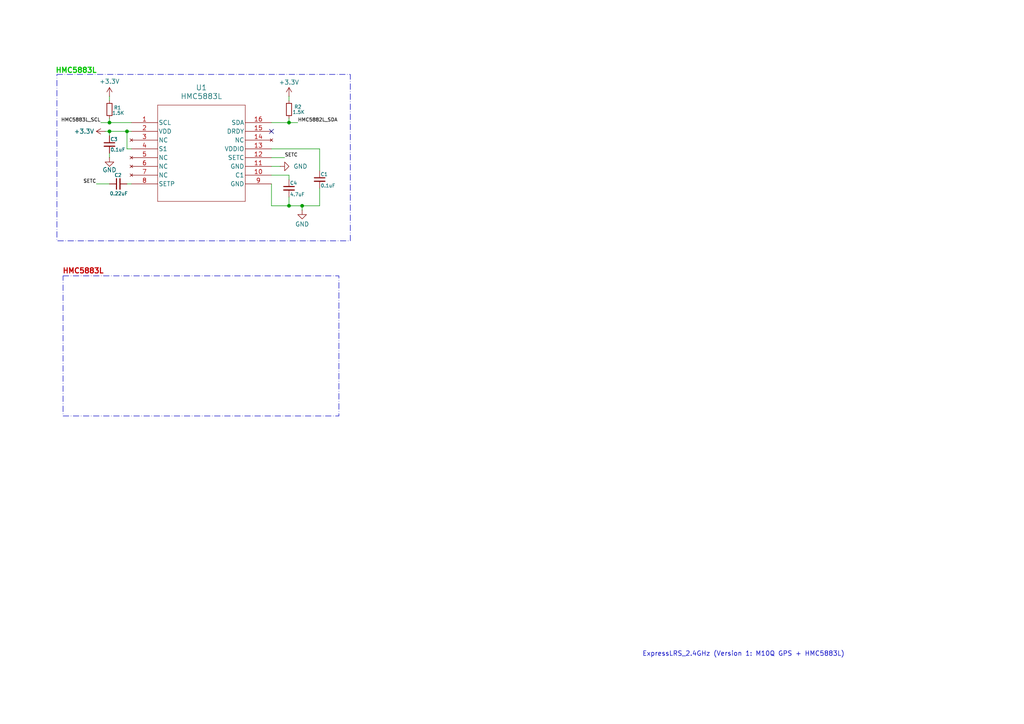
<source format=kicad_sch>
(kicad_sch (version 20231120) (generator "eeschema") (generator_version "8.0")
  (paper "A4")
  (lib_symbols
    (symbol "Device:C_Small" (pin_numbers hide) (pin_names (offset 0.254) hide)
      (property "Reference" "C" (at 0.254 1.778 0))
      (property "Value" "C_Small" (at 0.254 -2.032 0))
      (symbol "C_Small_0_1"
        (polyline (pts (xy -1.524 -0.508) (xy 1.524 -0.508)) (stroke (width 0.3302)))
        (polyline (pts (xy -1.524 0.508) (xy 1.524 0.508)) (stroke (width 0.3048)))
      )
      (symbol "C_Small_1_1"
        (pin passive line (at 0 2.54 270) (length 2.032) (name "~") (number "1"))
        (pin passive line (at 0 -2.54 90) (length 2.032) (name "~") (number "2"))
      )
    )
    (symbol "Device:R_Small" (pin_numbers hide) (pin_names (offset 0.254) hide)
      (property "Reference" "R" (at 0.762 0.508 0))
      (property "Value" "R_Small" (at 0.762 -1.016 0))
      (symbol "R_Small_0_1"
        (rectangle (start -0.762 1.778) (end 0.762 -1.778) (stroke (width 0.2032)))
      )
      (symbol "R_Small_1_1"
        (pin passive line (at 0 2.54 270) (length 0.762) (name "~") (number "1"))
        (pin passive line (at 0 -2.54 90) (length 0.762) (name "~") (number "2"))
      )
    )
    (symbol "HMC5883L:HMC5883L" (pin_names (offset 0.254))
      (property "Reference" "U" (at 20.32 10.16 0))
      (property "Value" "HMC5883L" (at 20.32 7.62 0))
      (symbol "HMC5883L_0_1"
        (polyline (pts (xy 7.62 -22.86) (xy 33.02 -22.86)) (stroke (width 0.127)))
        (polyline (pts (xy 7.62 5.08) (xy 7.62 -22.86)) (stroke (width 0.127)))
        (polyline (pts (xy 33.02 -22.86) (xy 33.02 5.08)) (stroke (width 0.127)))
        (polyline (pts (xy 33.02 5.08) (xy 7.62 5.08)) (stroke (width 0.127)))
        (pin unspecified line (at 0 0 0) (length 7.62) (name "SCL") (number "1"))
        (pin unspecified line (at 40.64 -15.24 180) (length 7.62) (name "C1") (number "10"))
        (pin power_out line (at 40.64 -12.7 180) (length 7.62) (name "GND") (number "11"))
        (pin unspecified line (at 40.64 -10.16 180) (length 7.62) (name "SETC") (number "12"))
        (pin power_in line (at 40.64 -7.62 180) (length 7.62) (name "VDDIO") (number "13"))
        (pin no_connect line (at 40.64 -5.08 180) (length 7.62) (name "NC") (number "14"))
        (pin unspecified line (at 40.64 -2.54 180) (length 7.62) (name "DRDY") (number "15"))
        (pin unspecified line (at 40.64 0 180) (length 7.62) (name "SDA") (number "16"))
        (pin power_in line (at 0 -2.54 0) (length 7.62) (name "VDD") (number "2"))
        (pin no_connect line (at 0 -5.08 0) (length 7.62) (name "NC") (number "3"))
        (pin unspecified line (at 0 -7.62 0) (length 7.62) (name "S1") (number "4"))
        (pin no_connect line (at 0 -10.16 0) (length 7.62) (name "NC") (number "5"))
        (pin no_connect line (at 0 -12.7 0) (length 7.62) (name "NC") (number "6"))
        (pin no_connect line (at 0 -15.24 0) (length 7.62) (name "NC") (number "7"))
        (pin unspecified line (at 0 -17.78 0) (length 7.62) (name "SETP") (number "8"))
        (pin power_out line (at 40.64 -17.78 180) (length 7.62) (name "GND") (number "9"))
      )
    )
    (symbol "power:+3.3V" (power) (pin_numbers hide) (pin_names (offset 0) hide)
      (property "Value" "+3.3V" (at 0 3.556 0))
      (symbol "+3.3V_0_1"
        (polyline (pts (xy -0.762 1.27) (xy 0 2.54)))
        (polyline (pts (xy 0 0) (xy 0 2.54)))
        (polyline (pts (xy 0 2.54) (xy 0.762 1.27)))
      )
      (symbol "+3.3V_1_1"
        (pin power_in line (at 0 0 90) (length 0) (name "~") (number "1"))
      )
    )
    (symbol "power:GND" (power) (pin_numbers hide) (pin_names (offset 0) hide)
      (property "Value" "GND" (at 0 -3.81 0))
      (symbol "GND_0_1"
        (polyline (pts (xy 0 0) (xy 0 -1.27) (xy 1.27 -1.27) (xy 0 -2.54) (xy -1.27 -1.27) (xy 0 -1.27)))
      )
      (symbol "GND_1_1"
        (pin power_in line (at 0 0 270) (length 0) (name "~") (number "1"))
      )
    )
  )
  (junction (at 36.83 38.1))
  (junction (at 31.75 38.1))
  (junction (at 87.63 59.69))
  (junction (at 83.82 35.56))
  (junction (at 83.82 59.69))
  (junction (at 31.75 35.56))
  (no_connect (at 78.74 38.1))
  (wire (pts (xy 31.75 27.94) (xy 31.75 29.21)))
  (wire (pts (xy 31.75 35.56) (xy 31.75 34.29)))
  (wire (pts (xy 83.82 57.15) (xy 83.82 59.69)))
  (wire (pts (xy 78.74 53.34) (xy 78.74 59.69)))
  (wire (pts (xy 78.74 45.72) (xy 82.55 45.72)))
  (wire (pts (xy 36.83 38.1) (xy 38.1 38.1)))
  (wire (pts (xy 29.21 35.56) (xy 31.75 35.56)))
  (wire (pts (xy 78.74 59.69) (xy 83.82 59.69)))
  (wire (pts (xy 83.82 59.69) (xy 87.63 59.69)))
  (wire (pts (xy 36.83 53.34) (xy 38.1 53.34)))
  (wire (pts (xy 87.63 59.69) (xy 87.63 60.96)))
  (wire (pts (xy 31.75 38.1) (xy 30.48 38.1)))
  (wire (pts (xy 38.1 43.18) (xy 36.83 43.18)))
  (wire (pts (xy 38.1 35.56) (xy 31.75 35.56)))
  (wire (pts (xy 83.82 35.56) (xy 86.36 35.56)))
  (wire (pts (xy 78.74 50.8) (xy 83.82 50.8)))
  (wire (pts (xy 78.74 48.26) (xy 81.28 48.26)))
  (wire (pts (xy 83.82 35.56) (xy 83.82 34.29)))
  (wire (pts (xy 31.75 44.45) (xy 31.75 45.72)))
  (wire (pts (xy 83.82 50.8) (xy 83.82 52.07)))
  (wire (pts (xy 92.71 59.69) (xy 87.63 59.69)))
  (wire (pts (xy 31.75 39.37) (xy 31.75 38.1)))
  (wire (pts (xy 83.82 27.94) (xy 83.82 29.21)))
  (wire (pts (xy 27.94 53.34) (xy 31.75 53.34)))
  (wire (pts (xy 31.75 38.1) (xy 36.83 38.1)))
  (wire (pts (xy 78.74 35.56) (xy 83.82 35.56)))
  (wire (pts (xy 78.74 43.18) (xy 92.71 43.18)))
  (wire (pts (xy 92.71 54.61) (xy 92.71 59.69)))
  (wire (pts (xy 36.83 43.18) (xy 36.83 38.1)))
  (wire (pts (xy 92.71 43.18) (xy 92.71 49.53)))
  (rectangle (start 16.51 21.59) (end 101.6 69.85) (stroke (width 0) (type dash_dot)))
  (rectangle (start 18.288 80.01) (end 98.298 120.65) (stroke (width 0) (type dash_dot)))
  (text "HMC5883L" (at 22.098 20.574 0) (effects (font (size 1.5 1.5) (thickness 0.3) (bold yes))))
  (text "HMC5883L" (at 24.13 78.74 0) (effects (font (size 1.5 1.5) (thickness 0.3) (bold yes))))
  (text "ExpressLRS_2.4GHz (Version 1: M10Q GPS + HMC5883L)" (at 215.646 189.738 0) (effects (font (size 1.35 1.35))))
  (label "HMC5882L_SDA" (at 86.36 35.56 0) (effects (font (size 1 1))))
  (label "HMC5883L_SCL" (at 29.21 35.56 180) (effects (font (size 1 1))))
  (label "SETC" (at 27.94 53.34 180) (effects (font (size 1 1))))
  (label "SETC" (at 82.55 45.72 0) (effects (font (size 1 1))))
  (symbol (lib_id "Device:C_Small") (at 83.82 54.61 0) (unit 1)
    (property "Reference" "C4" (at 84.074 53.086 0) (effects (font (size 1 1)) (justify left)))
    (property "Value" "4.7uF" (at 84.074 56.388 0) (effects (font (size 1 1)) (justify left)))
    (property "Footprint" "Capacitor_SMD:C_0805_2012Metric_Pad1.18x1.45mm_HandSolder" (effects (hide yes)))
    (property "Description" "Unpolarized capacitor, small symbol" (effects (hide yes)))
  )
  (symbol (lib_id "power:+3.3V") (at 30.48 38.1 90) (unit 1)
    (property "Reference" "#PWR06" (effects (hide yes)))
    (property "Value" "+3.3V" (at 24.384 38.1 90))
    (property "Description" "Power symbol creates a global label with name \"+3.3V\"" (effects (hide yes)))
  )
  (symbol (lib_id "power:GND") (at 31.75 45.72 0) (unit 1)
    (property "Reference" "#PWR05" (effects (hide yes)))
    (property "Value" "GND" (at 31.75 49.276 0))
    (property "Description" "Power symbol creates a global label with name \"GND\" , ground" (effects (hide yes)))
  )
  (symbol (lib_id "power:GND") (at 81.28 48.26 90) (unit 1)
    (property "Reference" "#PWR03" (effects (hide yes)))
    (property "Value" "GND" (at 85.09 48.2599 90) (effects (justify right)))
    (property "Description" "Power symbol creates a global label with name \"GND\" , ground" (effects (hide yes)))
  )
  (symbol (lib_id "power:+3.3V") (at 83.82 27.94 0) (unit 1)
    (property "Reference" "#PWR04" (effects (hide yes)))
    (property "Value" "+3.3V" (at 83.82 23.876 0))
    (property "Description" "Power symbol creates a global label with name \"+3.3V\"" (effects (hide yes)))
  )
  (symbol (lib_id "power:GND") (at 87.63 60.96 0) (unit 1)
    (property "Reference" "#PWR02" (effects (hide yes)))
    (property "Value" "GND" (at 87.63 65.024 0))
    (property "Description" "Power symbol creates a global label with name \"GND\" , ground" (effects (hide yes)))
  )
  (symbol (lib_id "Device:C_Small") (at 92.71 52.07 0) (unit 1)
    (property "Reference" "C1" (at 92.964 50.546 0) (effects (font (size 1 1)) (justify left)))
    (property "Value" "0.1uF" (at 92.964 53.848 0) (effects (font (size 1 1)) (justify left)))
    (property "Footprint" "Capacitor_SMD:C_0805_2012Metric_Pad1.18x1.45mm_HandSolder" (effects (hide yes)))
    (property "Description" "Unpolarized capacitor, small symbol" (effects (hide yes)))
  )
  (symbol (lib_id "Device:R_Small") (at 31.75 31.75 0) (unit 1)
    (property "Reference" "R1" (at 33.02 31.242 0) (effects (font (size 1 1)) (justify left)))
    (property "Value" "1.5K" (at 32.512 32.766 0) (effects (font (size 1 1)) (justify left)))
    (property "Footprint" "Resistor_SMD:R_0805_2012Metric_Pad1.20x1.40mm_HandSolder" (effects (hide yes)))
    (property "Description" "Resistor, small symbol" (effects (hide yes)))
  )
  (symbol (lib_id "HMC5883L:HMC5883L") (at 38.1 35.56 0) (unit 1)
    (property "Reference" "U1" (at 58.42 25.4 0) (effects (font (size 1.524 1.524))))
    (property "Value" "HMC5883L" (at 58.42 27.94 0) (effects (font (size 1.524 1.524))))
    (property "Footprint" "HMC5883L:LPCC16_HNW" (effects (hide yes)))
    (property "Datasheet" "HMC5883L" (effects (hide yes)))
  )
  (symbol (lib_id "Device:C_Small") (at 31.75 41.91 0) (unit 1)
    (property "Reference" "C3" (at 32.004 40.386 0) (effects (font (size 1 1)) (justify left)))
    (property "Value" "0.1uF" (at 32.004 43.434 0) (effects (font (size 1 1)) (justify left)))
    (property "Footprint" "Capacitor_SMD:C_0805_2012Metric_Pad1.18x1.45mm_HandSolder" (effects (hide yes)))
    (property "Description" "Unpolarized capacitor, small symbol" (effects (hide yes)))
  )
  (symbol (lib_id "Device:R_Small") (at 83.82 31.75 0) (unit 1)
    (property "Reference" "R2" (at 85.344 30.988 0) (effects (font (size 1 1)) (justify left)))
    (property "Value" "1.5K" (at 84.836 32.512 0) (effects (font (size 1 1)) (justify left)))
    (property "Footprint" "Resistor_SMD:R_0805_2012Metric_Pad1.20x1.40mm_HandSolder" (effects (hide yes)))
    (property "Description" "Resistor, small symbol" (effects (hide yes)))
  )
  (symbol (lib_id "Device:C_Small") (at 34.29 53.34 90) (unit 1)
    (property "Reference" "C2" (at 35.306 50.8 90) (effects (font (size 1 1)) (justify left)))
    (property "Value" "0.22uF" (at 37.084 56.134 90) (effects (font (size 1 1)) (justify left)))
    (property "Footprint" "Capacitor_SMD:C_0805_2012Metric_Pad1.18x1.45mm_HandSolder" (effects (hide yes)))
    (property "Description" "Unpolarized capacitor, small symbol" (effects (hide yes)))
  )
  (symbol (lib_id "power:+3.3V") (at 31.75 27.94 0) (unit 1)
    (property "Reference" "#PWR01" (effects (hide yes)))
    (property "Value" "+3.3V" (at 31.75 23.622 0))
    (property "Description" "Power symbol creates a global label with name \"+3.3V\"" (effects (hide yes)))
  )
)
</source>
